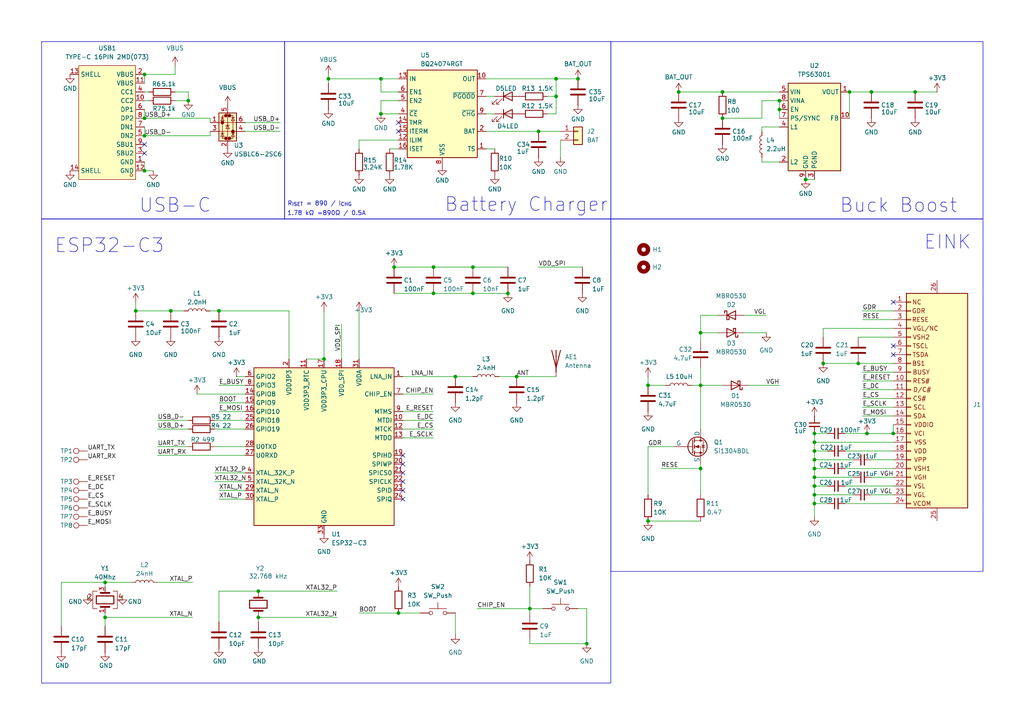
<source format=kicad_sch>
(kicad_sch (version 20250114) (generator "eeschema") (generator_version "9.0")
  (paper "A4")
  (rectangle (start 82.55 12.065) (end 177.165 63.5))
  (rectangle (start 12.065 63.5) (end 177.165 198.12))
  (rectangle (start 177.165 63.5) (end 285.115 165.735))
  (rectangle (start 177.165 12.065) (end 285.115 63.5))
  (rectangle (start 12.065 12.065) (end 82.55 63.5))
  (text "ESP32-C3" (at 31.75 71.374 0) (effects (font (size 4 4))))
  (text "Buck Boost" (at 260.604 59.69 0) (effects (font (size 4 4))))
  (text "Battery Charger" (at 152.654 59.436 0) (effects (font (size 4 4))))
  (text " 1.78 kΩ =890Ω / 0.5A" (at 94.234 61.976 0) (effects (font (size 1.27 1.27))))
  (text "R_{ISET} = 890 / I_{CHG}" (at 92.71 59.182 0) (effects (font (size 1.27 1.27))))
  (text "USB-C" (at 50.8 59.69 0) (effects (font (size 4 4))))
  (text "EINK" (at 274.828 70.358 0) (effects (font (size 4 4))))
  (junction (at 236.22 140.97))
  (junction (at 226.06 31.75))
  (junction (at 161.29 22.86))
  (junction (at 110.49 33.02))
  (junction (at 209.55 26.67))
  (junction (at 115.57 177.8))
  (junction (at 251.46 125.73))
  (junction (at 156.21 38.1))
  (junction (at 114.3 77.47))
  (junction (at 41.91 34.29))
  (junction (at 49.53 90.17))
  (junction (at 153.67 176.53))
  (junction (at 161.29 27.94))
  (junction (at 74.93 171.45))
  (junction (at 187.96 111.76))
  (junction (at 137.16 85.09))
  (junction (at 203.2 135.89))
  (junction (at 30.48 179.07))
  (junction (at 226.06 29.21))
  (junction (at 209.55 34.29))
  (junction (at 233.68 52.07))
  (junction (at 41.91 49.53))
  (junction (at 125.73 77.47))
  (junction (at 203.2 111.76))
  (junction (at 110.49 22.86))
  (junction (at 252.73 26.67))
  (junction (at 236.22 138.43))
  (junction (at 196.85 26.67))
  (junction (at 147.32 85.09))
  (junction (at 265.43 26.67))
  (junction (at 39.37 90.17))
  (junction (at 236.22 143.51))
  (junction (at 41.91 39.37))
  (junction (at 93.98 104.14))
  (junction (at 170.18 186.69))
  (junction (at 203.2 96.52))
  (junction (at 137.16 77.47))
  (junction (at 236.22 135.89))
  (junction (at 236.22 125.73))
  (junction (at 41.91 21.59))
  (junction (at 54.61 29.21))
  (junction (at 125.73 85.09))
  (junction (at 236.22 130.81))
  (junction (at 149.86 109.22))
  (junction (at 63.5 90.17))
  (junction (at 132.08 109.22))
  (junction (at 238.76 105.41))
  (junction (at 30.48 168.91))
  (junction (at 236.22 146.05))
  (junction (at 236.22 133.35))
  (junction (at 95.25 22.86))
  (junction (at 167.64 22.86))
  (junction (at 74.93 179.07))
  (junction (at 246.38 26.67))
  (junction (at 259.08 125.73))
  (junction (at 187.96 151.13))
  (junction (at 236.22 128.27))
  (junction (at 248.92 105.41))
  (no_connect (at 116.84 132.08))
  (no_connect (at 115.57 38.1))
  (no_connect (at 259.08 100.33))
  (no_connect (at 259.08 87.63))
  (no_connect (at 259.08 102.87))
  (no_connect (at 41.91 41.91))
  (no_connect (at 116.84 142.24))
  (no_connect (at 116.84 144.78))
  (no_connect (at 116.84 137.16))
  (no_connect (at 41.91 44.45))
  (no_connect (at 116.84 134.62))
  (no_connect (at 116.84 139.7))
  (no_connect (at 115.57 35.56))
  (wire (pts (xy 203.2 135.89) (xy 203.2 143.51)))
  (wire (pts (xy 245.11 140.97) (xy 259.08 140.97)))
  (wire (pts (xy 236.22 140.97) (xy 236.22 143.51)))
  (wire (pts (xy 250.19 110.49) (xy 259.08 110.49)))
  (wire (pts (xy 115.57 40.64) (xy 104.14 40.64)))
  (wire (pts (xy 250.19 118.11) (xy 259.08 118.11)))
  (wire (pts (xy 132.08 184.15) (xy 132.08 177.8)))
  (wire (pts (xy 74.93 179.07) (xy 74.93 180.34)))
  (wire (pts (xy 252.73 26.67) (xy 265.43 26.67)))
  (wire (pts (xy 60.96 39.37) (xy 41.91 39.37)))
  (wire (pts (xy 125.73 77.47) (xy 137.16 77.47)))
  (wire (pts (xy 125.73 114.3) (xy 116.84 114.3)))
  (wire (pts (xy 110.49 29.21) (xy 115.57 29.21)))
  (wire (pts (xy 187.96 111.76) (xy 193.04 111.76)))
  (wire (pts (xy 226.06 29.21) (xy 220.98 29.21)))
  (wire (pts (xy 222.25 91.44) (xy 215.9 91.44)))
  (wire (pts (xy 60.96 38.1) (xy 60.96 39.37)))
  (wire (pts (xy 236.22 128.27) (xy 236.22 130.81)))
  (wire (pts (xy 250.19 120.65) (xy 259.08 120.65)))
  (wire (pts (xy 60.96 34.29) (xy 60.96 35.56)))
  (wire (pts (xy 30.48 168.91) (xy 17.78 168.91)))
  (wire (pts (xy 110.49 33.02) (xy 115.57 33.02)))
  (wire (pts (xy 158.75 33.02) (xy 161.29 33.02)))
  (wire (pts (xy 104.14 40.64) (xy 104.14 43.18)))
  (wire (pts (xy 88.9 104.14) (xy 93.98 104.14)))
  (wire (pts (xy 251.46 125.73) (xy 259.08 125.73)))
  (wire (pts (xy 140.97 22.86) (xy 161.29 22.86)))
  (wire (pts (xy 153.67 186.69) (xy 170.18 186.69)))
  (wire (pts (xy 226.06 111.76) (xy 217.17 111.76)))
  (wire (pts (xy 115.57 177.8) (xy 121.92 177.8)))
  (wire (pts (xy 162.56 40.64) (xy 162.56 45.72)))
  (wire (pts (xy 236.22 133.35) (xy 236.22 135.89)))
  (wire (pts (xy 41.91 34.29) (xy 41.91 31.75)))
  (wire (pts (xy 45.72 121.92) (xy 54.61 121.92)))
  (wire (pts (xy 35.56 173.99) (xy 35.56 172.72)))
  (wire (pts (xy 149.86 109.22) (xy 144.78 109.22)))
  (wire (pts (xy 60.96 90.17) (xy 63.5 90.17)))
  (wire (pts (xy 74.93 179.07) (xy 97.79 179.07)))
  (wire (pts (xy 245.11 125.73) (xy 251.46 125.73)))
  (wire (pts (xy 153.67 170.18) (xy 153.67 176.53)))
  (wire (pts (xy 250.19 90.17) (xy 259.08 90.17)))
  (wire (pts (xy 137.16 85.09) (xy 147.32 85.09)))
  (wire (pts (xy 238.76 95.25) (xy 259.08 95.25)))
  (wire (pts (xy 153.67 177.8) (xy 153.67 176.53)))
  (wire (pts (xy 246.38 26.67) (xy 246.38 34.29)))
  (wire (pts (xy 140.97 38.1) (xy 156.21 38.1)))
  (wire (pts (xy 220.98 46.99) (xy 226.06 46.99)))
  (wire (pts (xy 81.28 38.1) (xy 71.12 38.1)))
  (wire (pts (xy 143.51 27.94) (xy 140.97 27.94)))
  (wire (pts (xy 191.77 135.89) (xy 203.2 135.89)))
  (wire (pts (xy 245.11 130.81) (xy 259.08 130.81)))
  (wire (pts (xy 222.25 96.52) (xy 215.9 96.52)))
  (wire (pts (xy 246.38 26.67) (xy 252.73 26.67)))
  (wire (pts (xy 110.49 33.02) (xy 110.49 29.21)))
  (wire (pts (xy 138.43 176.53) (xy 153.67 176.53)))
  (wire (pts (xy 220.98 29.21) (xy 220.98 34.29)))
  (wire (pts (xy 245.11 135.89) (xy 259.08 135.89)))
  (wire (pts (xy 153.67 176.53) (xy 157.48 176.53)))
  (wire (pts (xy 50.8 19.05) (xy 50.8 21.59)))
  (wire (pts (xy 250.19 107.95) (xy 259.08 107.95)))
  (wire (pts (xy 220.98 45.72) (xy 220.98 46.99)))
  (wire (pts (xy 236.22 140.97) (xy 240.03 140.97)))
  (wire (pts (xy 187.96 143.51) (xy 187.96 129.54)))
  (wire (pts (xy 161.29 22.86) (xy 167.64 22.86)))
  (wire (pts (xy 203.2 99.06) (xy 203.2 96.52)))
  (wire (pts (xy 62.23 124.46) (xy 71.12 124.46)))
  (wire (pts (xy 49.53 90.17) (xy 53.34 90.17)))
  (wire (pts (xy 137.16 77.47) (xy 147.32 77.47)))
  (wire (pts (xy 41.91 34.29) (xy 60.96 34.29)))
  (wire (pts (xy 200.66 111.76) (xy 203.2 111.76)))
  (wire (pts (xy 170.18 176.53) (xy 170.18 186.69)))
  (wire (pts (xy 63.5 119.38) (xy 71.12 119.38)))
  (wire (pts (xy 236.22 146.05) (xy 236.22 149.86)))
  (wire (pts (xy 238.76 97.79) (xy 238.76 95.25)))
  (wire (pts (xy 30.48 170.18) (xy 30.48 168.91)))
  (wire (pts (xy 187.96 151.13) (xy 203.2 151.13)))
  (wire (pts (xy 62.23 137.16) (xy 71.12 137.16)))
  (wire (pts (xy 236.22 143.51) (xy 247.65 143.51)))
  (wire (pts (xy 220.98 38.1) (xy 220.98 36.83)))
  (wire (pts (xy 104.14 177.8) (xy 115.57 177.8)))
  (wire (pts (xy 236.22 135.89) (xy 236.22 138.43)))
  (wire (pts (xy 236.22 133.35) (xy 247.65 133.35)))
  (wire (pts (xy 238.76 105.41) (xy 248.92 105.41)))
  (wire (pts (xy 252.73 138.43) (xy 259.08 138.43)))
  (wire (pts (xy 125.73 127) (xy 116.84 127)))
  (wire (pts (xy 43.18 26.67) (xy 41.91 26.67)))
  (wire (pts (xy 161.29 27.94) (xy 161.29 22.86)))
  (wire (pts (xy 236.22 135.89) (xy 240.03 135.89)))
  (wire (pts (xy 209.55 34.29) (xy 220.98 34.29)))
  (wire (pts (xy 236.22 138.43) (xy 236.22 140.97)))
  (wire (pts (xy 170.18 176.53) (xy 167.64 176.53)))
  (wire (pts (xy 125.73 124.46) (xy 116.84 124.46)))
  (wire (pts (xy 39.37 90.17) (xy 49.53 90.17)))
  (wire (pts (xy 252.73 133.35) (xy 259.08 133.35)))
  (wire (pts (xy 41.91 49.53) (xy 41.91 46.99)))
  (wire (pts (xy 203.2 106.68) (xy 203.2 111.76)))
  (wire (pts (xy 54.61 26.67) (xy 54.61 29.21)))
  (wire (pts (xy 143.51 33.02) (xy 140.97 33.02)))
  (wire (pts (xy 62.23 121.92) (xy 71.12 121.92)))
  (wire (pts (xy 63.5 116.84) (xy 71.12 116.84)))
  (wire (pts (xy 203.2 134.62) (xy 203.2 135.89)))
  (wire (pts (xy 250.19 113.03) (xy 259.08 113.03)))
  (wire (pts (xy 259.08 123.19) (xy 259.08 125.73)))
  (wire (pts (xy 113.03 43.18) (xy 115.57 43.18)))
  (wire (pts (xy 226.06 31.75) (xy 226.06 34.29)))
  (wire (pts (xy 104.14 90.17) (xy 104.14 104.14)))
  (wire (pts (xy 110.49 22.86) (xy 115.57 22.86)))
  (wire (pts (xy 63.5 180.34) (xy 63.5 171.45)))
  (wire (pts (xy 252.73 143.51) (xy 259.08 143.51)))
  (wire (pts (xy 44.45 49.53) (xy 41.91 49.53)))
  (wire (pts (xy 83.82 104.14) (xy 83.82 90.17)))
  (wire (pts (xy 63.5 171.45) (xy 74.93 171.45)))
  (wire (pts (xy 116.84 109.22) (xy 132.08 109.22)))
  (wire (pts (xy 153.67 186.69) (xy 153.67 185.42)))
  (wire (pts (xy 68.58 109.22) (xy 71.12 109.22)))
  (wire (pts (xy 250.19 115.57) (xy 259.08 115.57)))
  (wire (pts (xy 71.12 114.3) (xy 57.15 114.3)))
  (wire (pts (xy 203.2 111.76) (xy 203.2 124.46)))
  (wire (pts (xy 50.8 21.59) (xy 41.91 21.59)))
  (wire (pts (xy 93.98 90.17) (xy 93.98 104.14)))
  (wire (pts (xy 41.91 21.59) (xy 41.91 24.13)))
  (wire (pts (xy 203.2 91.44) (xy 208.28 91.44)))
  (wire (pts (xy 203.2 96.52) (xy 208.28 96.52)))
  (wire (pts (xy 125.73 121.92) (xy 116.84 121.92)))
  (wire (pts (xy 158.75 27.94) (xy 161.29 27.94)))
  (wire (pts (xy 39.37 87.63) (xy 39.37 90.17)))
  (wire (pts (xy 245.11 146.05) (xy 259.08 146.05)))
  (wire (pts (xy 187.96 109.22) (xy 187.96 111.76)))
  (wire (pts (xy 41.91 29.21) (xy 43.18 29.21)))
  (wire (pts (xy 143.51 43.18) (xy 140.97 43.18)))
  (wire (pts (xy 248.92 97.79) (xy 259.08 97.79)))
  (wire (pts (xy 236.22 125.73) (xy 240.03 125.73)))
  (wire (pts (xy 110.49 22.86) (xy 110.49 26.67)))
  (wire (pts (xy 45.72 124.46) (xy 54.61 124.46)))
  (wire (pts (xy 110.49 26.67) (xy 115.57 26.67)))
  (wire (pts (xy 203.2 91.44) (xy 203.2 96.52)))
  (wire (pts (xy 30.48 181.61) (xy 30.48 179.07)))
  (wire (pts (xy 62.23 129.54) (xy 71.12 129.54)))
  (wire (pts (xy 137.16 109.22) (xy 132.08 109.22)))
  (wire (pts (xy 250.19 92.71) (xy 259.08 92.71)))
  (wire (pts (xy 50.8 26.67) (xy 54.61 26.67)))
  (wire (pts (xy 45.72 168.91) (xy 55.88 168.91)))
  (wire (pts (xy 161.29 109.22) (xy 149.86 109.22)))
  (wire (pts (xy 30.48 179.07) (xy 55.88 179.07)))
  (wire (pts (xy 248.92 105.41) (xy 259.08 105.41)))
  (wire (pts (xy 81.28 35.56) (xy 71.12 35.56)))
  (wire (pts (xy 74.93 171.45) (xy 97.79 171.45)))
  (wire (pts (xy 236.22 143.51) (xy 236.22 146.05)))
  (wire (pts (xy 63.5 111.76) (xy 71.12 111.76)))
  (wire (pts (xy 41.91 39.37) (xy 41.91 36.83)))
  (wire (pts (xy 236.22 130.81) (xy 236.22 133.35)))
  (wire (pts (xy 63.5 142.24) (xy 71.12 142.24)))
  (wire (pts (xy 30.48 179.07) (xy 30.48 177.8)))
  (wire (pts (xy 17.78 168.91) (xy 17.78 181.61)))
  (wire (pts (xy 236.22 128.27) (xy 259.08 128.27)))
  (wire (pts (xy 161.29 33.02) (xy 161.29 27.94)))
  (wire (pts (xy 209.55 26.67) (xy 226.06 26.67)))
  (wire (pts (xy 95.25 21.59) (xy 95.25 22.86)))
  (wire (pts (xy 45.72 132.08) (xy 71.12 132.08)))
  (wire (pts (xy 45.72 129.54) (xy 54.61 129.54)))
  (wire (pts (xy 226.06 29.21) (xy 226.06 31.75)))
  (wire (pts (xy 236.22 146.05) (xy 240.03 146.05)))
  (wire (pts (xy 114.3 85.09) (xy 125.73 85.09)))
  (wire (pts (xy 99.06 93.98) (xy 99.06 104.14)))
  (wire (pts (xy 209.55 111.76) (xy 203.2 111.76)))
  (wire (pts (xy 265.43 26.67) (xy 271.78 26.67)))
  (wire (pts (xy 63.5 90.17) (xy 83.82 90.17)))
  (wire (pts (xy 187.96 129.54) (xy 195.58 129.54)))
  (wire (pts (xy 30.48 168.91) (xy 38.1 168.91)))
  (wire (pts (xy 54.61 29.21) (xy 50.8 29.21)))
  (wire (pts (xy 233.68 52.07) (xy 236.22 52.07)))
  (wire (pts (xy 236.22 138.43) (xy 247.65 138.43)))
  (wire (pts (xy 62.23 139.7) (xy 71.12 139.7)))
  (wire (pts (xy 95.25 22.86) (xy 110.49 22.86)))
  (wire (pts (xy 236.22 130.81) (xy 240.03 130.81)))
  (wire (pts (xy 156.21 38.1) (xy 162.56 38.1)))
  (wire (pts (xy 25.4 173.99) (xy 25.4 172.72)))
  (wire (pts (xy 114.3 77.47) (xy 125.73 77.47)))
  (wire (pts (xy 125.73 85.09) (xy 137.16 85.09)))
  (wire (pts (xy 220.98 36.83) (xy 226.06 36.83)))
  (wire (pts (xy 196.85 26.67) (xy 209.55 26.67)))
  (wire (pts (xy 63.5 144.78) (xy 71.12 144.78)))
  (wire (pts (xy 156.21 77.47) (xy 168.91 77.47)))
  (wire (pts (xy 95.25 22.86) (xy 95.25 24.13)))
  (wire (pts (xy 125.73 119.38) (xy 116.84 119.38)))
  (wire (pts (xy 236.22 125.73) (xy 236.22 128.27)))
  (label "USB_D+" (at 45.72 124.46 0))
  (label "UART_TX" (at 45.72 129.54 0))
  (label "VGL" (at 222.25 91.44 180))
  (label "RESE" (at 191.77 135.89 0))
  (label "USB_D-" (at 45.72 121.92 0))
  (label "XTAL32_P" (at 97.79 171.45 180))
  (label "VGH" (at 226.06 111.76 180))
  (label "E_CS" (at 125.73 124.46 180))
  (label "UART_RX" (at 25.4 133.35 0))
  (label "E_MOSI" (at 250.19 120.65 0))
  (label "VDD_SPI" (at 156.21 77.47 0))
  (label "LNA_IN" (at 125.73 109.22 180))
  (label "E_DC" (at 25.4 142.24 0))
  (label "E_MOSI" (at 63.5 119.38 0))
  (label "GDR" (at 187.96 129.54 0))
  (label "E_DC" (at 125.73 121.92 180))
  (label "RESE" (at 250.19 92.71 0))
  (label "USB_D-" (at 81.28 38.1 180))
  (label "BOOT" (at 63.5 116.84 0))
  (label "VGH" (at 255.27 138.43 0))
  (label "GDR" (at 250.19 90.17 0))
  (label "E_CS" (at 250.19 115.57 0))
  (label "E_RESET" (at 125.73 119.38 180))
  (label "E_SCLK" (at 25.4 147.32 0))
  (label "XTAL_P" (at 55.88 168.91 180))
  (label "CHIP_EN" (at 125.73 114.3 180))
  (label "E_CS" (at 25.4 144.78 0))
  (label "UART_RX" (at 45.72 132.08 0))
  (label "XTAL_N" (at 55.88 179.07 180))
  (label "BOOT" (at 104.14 177.8 0))
  (label "E_MOSI" (at 25.4 152.4 0))
  (label "XTAL32_N" (at 97.79 179.07 180))
  (label "E_DC" (at 250.19 113.03 0))
  (label "USB_D+" (at 81.28 35.56 180))
  (label "E_BUSY" (at 63.5 111.76 0))
  (label "E_BUSY" (at 25.4 149.86 0))
  (label "E_RESET" (at 250.19 110.49 0))
  (label "ANT" (at 149.86 109.22 0))
  (label "XTAL32_N" (at 62.23 139.7 0))
  (label "VGL" (at 255.27 143.51 0))
  (label "USB_D-" (at 41.91 39.37 0))
  (label "XTAL32_P" (at 62.23 137.16 0))
  (label "XTAL_N" (at 63.5 142.24 0))
  (label "E_RESET" (at 25.4 139.7 0))
  (label "E_SCLK" (at 125.73 127 180))
  (label "USB_D+" (at 41.91 34.29 0))
  (label "E_SCLK" (at 250.19 118.11 0))
  (label "VDD_SPI" (at 99.06 93.98 270))
  (label "XTAL_P" (at 63.5 144.78 0))
  (label "E_BUSY" (at 250.19 107.95 0))
  (label "UART_TX" (at 25.4 130.81 0))
  (label "CHIP_EN" (at 138.43 176.53 0))
  (symbol (lib_id "Device:L") (at 196.85 111.76 90) (unit 1)
    (property "Reference" "L5" (at 194.31 109.22 90))
    (property "Value" "10uH" (at 198.374 109.22 90))
    (property "Footprint" "easyeda2kicad:IND-SMD_L4.0-W4.0_FNR40XXS" (effects (hide yes)))
    (property "Description" "Inductor" (effects (hide yes)))
    (property "LCSC Part" "C167879" (effects (hide yes)))
  )
  (symbol (lib_id "Power_Protection:USBLC6-2SC6") (at 66.04 35.56 0) (unit 1)
    (property "Reference" "U3" (at 67.818 42.164 0) (effects (justify left)))
    (property "Value" "USBLC6-2SC6" (at 67.818 44.704 0) (effects (justify left)))
    (property "Footprint" "Package_TO_SOT_SMD:SOT-23-6" (effects (hide yes)))
    (property "Datasheet" "https://www.st.com/resource/en/datasheet/usblc6-2.pdf" (effects (hide yes)))
    (property "Description" "Very low capacitance ESD protection diode, 2 data-line, SOT-23-6" (effects (hide yes)))
    (property "LCSC Part" "C7519" (effects (hide yes)))
  )
  (symbol (lib_id "Device:C") (at 49.53 93.98 0) (unit 1)
    (property "Reference" "C3" (at 52.324 93.98 0) (effects (justify left)))
    (property "Value" "100nF" (at 52.324 96.012 0) (effects (justify left)))
    (property "Footprint" "Capacitor_SMD:C_0402_1005Metric" (effects (hide yes)))
    (property "Description" "Unpolarized capacitor" (effects (hide yes)))
    (property "LCSC Part" "C1525" (effects (hide yes)))
  )
  (symbol (lib_id "Connector:TestPoint") (at 25.4 133.35 90) (unit 1)
    (property "Reference" "TP2" (at 19.304 133.35 90))
    (property "Value" "TestPoint" (effects (hide yes)))
    (property "Footprint" "TestPoint:TestPoint_Keystone_5000-5004_Miniature" (effects (hide yes)))
    (property "Description" "test point" (effects (hide yes)))
    (property "LCSC Part" "C5199802" (effects (hide yes)))
  )
  (symbol (lib_id "power:GND") (at 187.96 151.13 0) (unit 1)
    (property "Reference" "#PWR041" (effects (hide yes)))
    (property "Value" "GND" (at 187.96 156.21 0))
    (property "Description" "Power symbol creates a global label with name \"GND\" , ground" (effects (hide yes)))
  )
  (symbol (lib_id "power:GND") (at 168.91 85.09 0) (unit 1)
    (property "Reference" "#PWR010" (effects (hide yes)))
    (property "Value" "GND" (at 168.91 90.17 0))
    (property "Description" "Power symbol creates a global label with name \"GND\" , ground" (effects (hide yes)))
  )
  (symbol (lib_id "Device:C") (at 168.91 81.28 0) (unit 1)
    (property "Reference" "C8" (at 171.704 81.28 0) (effects (justify left)))
    (property "Value" "1uF" (at 171.704 83.82 0) (effects (justify left)))
    (property "Footprint" "Capacitor_SMD:C_0402_1005Metric" (effects (hide yes)))
    (property "Description" "Unpolarized capacitor" (effects (hide yes)))
    (property "LCSC Part" "C52923" (effects (hide yes)))
  )
  (symbol (lib_id "Device:C_Small") (at 250.19 138.43 90) (unit 1)
    (property "Reference" "C25" (at 247.65 137.414 90))
    (property "Value" "1uF" (at 252.73 137.414 90))
    (property "Footprint" "Capacitor_SMD:C_0402_1005Metric" (effects (hide yes)))
    (property "Description" "Unpolarized capacitor, small symbol" (effects (hide yes)))
    (property "LCSC Part" "C52923" (effects (hide yes)))
  )
  (symbol (lib_id "power:GND") (at 265.43 34.29 0) (unit 1)
    (property "Reference" "#PWR035" (effects (hide yes)))
    (property "Value" "GND" (at 265.43 38.354 0))
    (property "Description" "Power symbol creates a global label with name \"GND\" , ground" (effects (hide yes)))
  )
  (symbol (lib_id "Connector_Generic:Conn_01x26") (at 264.16 118.11 0) (unit 1)
    (property "Reference" "J1" (at 282.194 117.348 0) (effects (justify left)))
    (property "Value" "Conn_01x26" (effects (hide yes)))
    (property "Footprint" "easyeda2kicad:FPC-SMD_24P-P0.50_05B20U24P" (effects (hide yes)))
    (property "Description" "Generic connector, single row, 01x26, script generated (kicad-library-utils/schlib/autogen/connector/)" (effects (hide yes)))
    (property "LCSC Part" "C5362165" (effects (hide yes)))
  )
  (symbol (lib_id "Connector:TestPoint") (at 25.4 142.24 90) (unit 1)
    (property "Reference" "TP4" (at 19.304 142.24 90))
    (property "Value" "TestPoint" (effects (hide yes)))
    (property "Footprint" "TestPoint:TestPoint_Keystone_5000-5004_Miniature" (effects (hide yes)))
    (property "Description" "test point" (effects (hide yes)))
    (property "LCSC Part" "C5199802" (effects (hide yes)))
  )
  (symbol (lib_id "Device:R") (at 58.42 124.46 90) (unit 1)
    (property "Reference" "R4" (at 62.484 123.444 90))
    (property "Value" "22" (at 65.786 123.444 90))
    (property "Footprint" "Resistor_SMD:R_0402_1005Metric" (effects (hide yes)))
    (property "Description" "Resistor" (effects (hide yes)))
    (property "LCSC Part" "C25092" (effects (hide yes)))
  )
  (symbol (lib_id "power:GND") (at 236.22 149.86 0) (unit 1)
    (property "Reference" "#PWR039" (effects (hide yes)))
    (property "Value" "GND" (at 236.22 154.94 0))
    (property "Description" "Power symbol creates a global label with name \"GND\" , ground" (effects (hide yes)))
  )
  (symbol (lib_id "power:GND") (at 20.32 21.59 0) (unit 1)
    (property "Reference" "#PWR029" (effects (hide yes)))
    (property "Value" "GND" (at 20.32 25.654 0))
    (property "Description" "Power symbol creates a global label with name \"GND\" , ground" (effects (hide yes)))
  )
  (symbol (lib_id "Device:C") (at 167.64 26.67 0) (unit 1)
    (property "Reference" "C35" (at 170.688 26.67 0) (effects (justify left)))
    (property "Value" "10uF" (at 170.688 28.702 0) (effects (justify left)))
    (property "Footprint" "Capacitor_SMD:C_0402_1005Metric" (effects (hide yes)))
    (property "Description" "Unpolarized capacitor" (effects (hide yes)))
    (property "LCSC Part" "C315248" (effects (hide yes)))
  )
  (symbol (lib_id "Device:R") (at 46.99 29.21 270) (unit 1)
    (property "Reference" "R7" (at 44.196 31.496 90) (effects (justify left)))
    (property "Value" "5.1k" (at 46.736 31.496 90) (effects (justify left)))
    (property "Footprint" "Resistor_SMD:R_0402_1005Metric" (effects (hide yes)))
    (property "Description" "Resistor" (effects (hide yes)))
    (property "LCSC Part" "C25905" (effects (hide yes)))
  )
  (symbol (lib_id "Device:L") (at 220.98 41.91 180) (unit 1)
    (property "Reference" "L4" (at 222.25 40.6399 0) (effects (justify right)))
    (property "Value" "2.2uH" (at 222.25 43.1799 0) (effects (justify right)))
    (property "Footprint" "Inductor_SMD:L_1008_2520Metric" (effects (hide yes)))
    (property "Description" "Inductor" (effects (hide yes)))
    (property "LCSC Part" "C1333325" (effects (hide yes)))
  )
  (symbol (lib_id "power:GND") (at 66.04 43.18 0) (unit 1)
    (property "Reference" "#PWR046" (effects (hide yes)))
    (property "Value" "GND" (at 66.04 47.244 0))
    (property "Description" "Power symbol creates a global label with name \"GND\" , ground" (effects (hide yes)))
  )
  (symbol (lib_id "power:+3V3") (at 251.46 125.73 0) (unit 1)
    (property "Reference" "#PWR038" (effects (hide yes)))
    (property "Value" "+3V3" (at 251.46 122.174 0))
    (property "Description" "Power symbol creates a global label with name \"+3V3\"" (effects (hide yes)))
  )
  (symbol (lib_id "Device:R") (at 153.67 166.37 0) (unit 1)
    (property "Reference" "R1" (at 156.21 165.0999 0) (effects (justify left)))
    (property "Value" "10K" (at 156.21 167.6399 0) (effects (justify left)))
    (property "Footprint" "Resistor_SMD:R_0402_1005Metric" (effects (hide yes)))
    (property "Description" "Resistor" (effects (hide yes)))
    (property "LCSC Part" "C25531" (effects (hide yes)))
  )
  (symbol (lib_id "Device:C_Small") (at 242.57 146.05 90) (unit 1)
    (property "Reference" "C28" (at 239.522 145.034 90))
    (property "Value" "1uF" (at 245.364 145.034 90))
    (property "Footprint" "Capacitor_SMD:C_0402_1005Metric" (effects (hide yes)))
    (property "Description" "Unpolarized capacitor, small symbol" (effects (hide yes)))
    (property "LCSC Part" "C52923" (effects (hide yes)))
  )
  (symbol (lib_id "Device:L") (at 41.91 168.91 90) (unit 1)
    (property "Reference" "L2" (at 41.91 163.83 90))
    (property "Value" "24nH" (at 41.91 166.37 90))
    (property "Footprint" "Inductor_SMD:L_0402_1005Metric" (effects (hide yes)))
    (property "Description" "Inductor" (effects (hide yes)))
    (property "LCSC Part" "C167472" (effects (hide yes)))
  )
  (symbol (lib_id "power:GND") (at 147.32 85.09 0) (unit 1)
    (property "Reference" "#PWR08" (effects (hide yes)))
    (property "Value" "GND" (at 147.32 90.17 0))
    (property "Description" "Power symbol creates a global label with name \"GND\" , ground" (effects (hide yes)))
  )
  (symbol (lib_id "power:+3V3") (at 93.98 90.17 0) (unit 1)
    (property "Reference" "#PWR02" (effects (hide yes)))
    (property "Value" "+3V3" (at 93.98 86.106 0))
    (property "Description" "Power symbol creates a global label with name \"+3V3\"" (effects (hide yes)))
  )
  (symbol (lib_id "Device:C") (at 238.76 101.6 180) (unit 1)
    (property "Reference" "C20" (at 232.156 100.076 0) (effects (justify right)))
    (property "Value" "1uF" (at 232.156 102.616 0) (effects (justify right)))
    (property "Footprint" "Capacitor_SMD:C_0402_1005Metric" (effects (hide yes)))
    (property "Description" "Unpolarized capacitor" (effects (hide yes)))
    (property "LCSC Part" "C52923" (effects (hide yes)))
  )
  (symbol (lib_id "power:GND") (at 222.25 96.52 0) (unit 1)
    (property "Reference" "#PWR044" (effects (hide yes)))
    (property "Value" "GND" (at 222.25 101.6 0))
    (property "Description" "Power symbol creates a global label with name \"GND\" , ground" (effects (hide yes)))
  )
  (symbol (lib_id "Device:R") (at 209.55 30.48 0) (mirror x) (unit 1)
    (property "Reference" "R8" (at 213.614 29.464 0) (effects (justify right)))
    (property "Value" "100" (at 214.63 32.004 0) (effects (justify right)))
    (property "Footprint" "Resistor_SMD:R_0402_1005Metric" (effects (hide yes)))
    (property "Description" "Resistor" (effects (hide yes)))
    (property "LCSC Part" "C25076" (effects (hide yes)))
  )
  (symbol (lib_id "Device:C") (at 63.5 93.98 0) (unit 1)
    (property "Reference" "C2" (at 66.294 93.98 0) (effects (justify left)))
    (property "Value" "1uF" (at 66.294 96.52 0) (effects (justify left)))
    (property "Footprint" "Capacitor_SMD:C_0402_1005Metric" (effects (hide yes)))
    (property "Description" "Unpolarized capacitor" (effects (hide yes)))
    (property "LCSC Part" "C52923" (effects (hide yes)))
  )
  (symbol (lib_id "Mechanical:MountingHole") (at 186.69 77.47 0) (unit 1) (in_bom no)
    (property "Reference" "H2" (at 189.23 77.47 0) (effects (justify left)))
    (property "Value" "MountingHole" (effects (hide yes)))
    (property "Footprint" "MountingHole:MountingHole_2.2mm_M2" (effects (hide yes)))
    (property "Description" "Mounting Hole without connection" (effects (hide yes)))
    (property "LCSC Part" "-" (effects (hide yes)))
  )
  (symbol (lib_id "power:+3V3") (at 271.78 26.67 0) (unit 1)
    (property "Reference" "#PWR036" (effects (hide yes)))
    (property "Value" "+3V3" (at 271.78 22.606 0))
    (property "Description" "Power symbol creates a global label with name \"+3V3\"" (effects (hide yes)))
  )
  (symbol (lib_id "power:VBUS") (at 196.85 26.67 0) (unit 1)
    (property "Reference" "#PWR052" (effects (hide yes)))
    (property "Value" "BAT_OUT" (at 196.85 22.352 0))
    (property "Description" "Power symbol creates a global label with name \"VBUS\"" (effects (hide yes)))
  )
  (symbol (lib_id "Device:C_Small") (at 236.22 123.19 0) (unit 1)
    (property "Reference" "C30" (at 232.156 123.19 0))
    (property "Value" "1uF" (at 232.156 124.968 0))
    (property "Footprint" "Capacitor_SMD:C_0402_1005Metric" (effects (hide yes)))
    (property "Description" "Unpolarized capacitor, small symbol" (effects (hide yes)))
    (property "LCSC Part" "C52923" (effects (hide yes)))
  )
  (symbol (lib_id "Connector:TestPoint") (at 25.4 147.32 90) (unit 1)
    (property "Reference" "TP6" (at 19.304 147.32 90))
    (property "Value" "TestPoint" (effects (hide yes)))
    (property "Footprint" "TestPoint:TestPoint_Keystone_5000-5004_Miniature" (effects (hide yes)))
    (property "Description" "test point" (effects (hide yes)))
    (property "LCSC Part" "C5199802" (effects (hide yes)))
  )
  (symbol (lib_id "Device:C") (at 252.73 30.48 0) (unit 1)
    (property "Reference" "C18" (at 255.524 30.48 0) (effects (justify left)))
    (property "Value" "10uF" (at 255.524 32.512 0) (effects (justify left)))
    (property "Footprint" "Capacitor_SMD:C_0402_1005Metric" (effects (hide yes)))
    (property "Description" "Unpolarized capacitor" (effects (hide yes)))
    (property "LCSC Part" "C315248" (effects (hide yes)))
  )
  (symbol (lib_id "power:GND") (at 93.98 154.94 0) (unit 1)
    (property "Reference" "#PWR013" (effects (hide yes)))
    (property "Value" "GND" (at 93.98 160.02 0))
    (property "Description" "Power symbol creates a global label with name \"GND\" , ground" (effects (hide yes)))
  )
  (symbol (lib_id "Device:C") (at 17.78 185.42 0) (unit 1)
    (property "Reference" "C10" (at 20.574 185.42 0) (effects (justify left)))
    (property "Value" "17pF" (at 20.574 187.96 0) (effects (justify left)))
    (property "Footprint" "Capacitor_SMD:C_0402_1005Metric" (effects (hide yes)))
    (property "Description" "Unpolarized capacitor" (effects (hide yes)))
    (property "LCSC Part" "C1517782" (effects (hide yes)))
  )
  (symbol (lib_id "Device:C") (at 74.93 184.15 0) (unit 1)
    (property "Reference" "C13" (at 77.724 184.15 0) (effects (justify left)))
    (property "Value" "10pF" (at 77.724 186.69 0) (effects (justify left)))
    (property "Footprint" "Capacitor_SMD:C_0402_1005Metric" (effects (hide yes)))
    (property "Description" "Unpolarized capacitor" (effects (hide yes)))
    (property "LCSC Part" "C76946" (effects (hide yes)))
  )
  (symbol (lib_id "power:GND") (at 167.64 30.48 0) (unit 1)
    (property "Reference" "#PWR053" (effects (hide yes)))
    (property "Value" "GND" (at 167.64 34.544 0))
    (property "Description" "Power symbol creates a global label with name \"GND\" , ground" (effects (hide yes)))
  )
  (symbol (lib_id "Simulation_SPICE:NMOS") (at 200.66 129.54 0) (unit 1)
    (property "Reference" "Q1" (at 207.01 128.2699 0) (effects (justify left)))
    (property "Value" "Si1304BDL" (at 207.01 130.8099 0) (effects (justify left)))
    (property "Footprint" "Package_TO_SOT_SMD:SOT-323_SC-70" (effects (hide yes)))
    (property "Datasheet" "https://ngspice.sourceforge.io/docs/ngspice-html-manual/manual.xhtml#cha_MOSFETs" (effects (hide yes)))
    (property "Description" "N-MOSFET transistor, drain/source/gate" (effects (hide yes)))
    (property "Sim.Device" "NMOS" (effects (hide yes)))
    (property "Sim.Type" "VDMOS" (effects (hide yes)))
    (property "Sim.Pins" "1=D 2=G 3=S" (effects (hide yes)))
    (property "LCSC Part" "C7419947" (effects (hide yes)))
  )
  (symbol (lib_id "Device:C_Small") (at 250.19 143.51 90) (unit 1)
    (property "Reference" "C27" (at 247.65 142.494 90))
    (property "Value" "1uF" (at 252.73 142.494 90))
    (property "Footprint" "Capacitor_SMD:C_0402_1005Metric" (effects (hide yes)))
    (property "Description" "Unpolarized capacitor, small symbol" (effects (hide yes)))
    (property "LCSC Part" "C52923" (effects (hide yes)))
  )
  (symbol (lib_id "power:VBUS") (at 66.04 30.48 0) (unit 1)
    (property "Reference" "#PWR026" (effects (hide yes)))
    (property "Value" "VBUS" (at 66.04 25.4 0))
    (property "Description" "Power symbol creates a global label with name \"VBUS\"" (effects (hide yes)))
  )
  (symbol (lib_id "power:+3V3") (at 114.3 77.47 0) (unit 1)
    (property "Reference" "#PWR07" (effects (hide yes)))
    (property "Value" "+3V3" (at 114.3 73.406 0))
    (property "Description" "Power symbol creates a global label with name \"+3V3\"" (effects (hide yes)))
  )
  (symbol (lib_id "power:GND") (at 25.4 172.72 0) (mirror y) (unit 1)
    (property "Reference" "#PWR015" (effects (hide yes)))
    (property "Value" "GND" (at 21.844 174.498 0))
    (property "Description" "Power symbol creates a global label with name \"GND\" , ground" (effects (hide yes)))
  )
  (symbol (lib_id "power:+3V3") (at 57.15 114.3 0) (unit 1)
    (property "Reference" "#PWR045" (effects (hide yes)))
    (property "Value" "+3V3" (at 57.15 110.236 0))
    (property "Description" "Power symbol creates a global label with name \"+3V3\"" (effects (hide yes)))
  )
  (symbol (lib_id "Device:L") (at 57.15 90.17 90) (unit 1)
    (property "Reference" "L1" (at 57.15 85.09 90))
    (property "Value" "2.0nH" (at 57.15 87.63 90))
    (property "Footprint" "Inductor_SMD:L_0402_1005Metric" (effects (hide yes)))
    (property "Description" "Inductor" (effects (hide yes)))
    (property "LCSC Part" "C2986275" (effects (hide yes)))
  )
  (symbol (lib_id "power:GND") (at 128.27 48.26 0) (unit 1)
    (property "Reference" "#PWR048" (effects (hide yes)))
    (property "Value" "GND" (at 128.27 52.324 0))
    (property "Description" "Power symbol creates a global label with name \"GND\" , ground" (effects (hide yes)))
  )
  (symbol (lib_id "Regulator_Switching:TPS63001") (at 236.22 36.83 0) (unit 1)
    (property "Reference" "U2" (at 236.22 19.05 0))
    (property "Value" "TPS63001" (at 236.22 21.59 0))
    (property "Footprint" "Package_SON:Texas_DRC0010J_ThermalVias" (effects (hide yes)))
    (property "Datasheet" "http://www.ti.com/lit/ds/symlink/tps63000.pdf" (effects (hide yes)))
    (property "Description" "Buck-Boost Converter, 1.8-5.5V Input Voltage, 1.7A Switch Current, 3.3V Output Voltage, VSON-10" (effects (hide yes)))
    (property "LCSC Part" "C28060" (effects (hide yes)))
  )
  (symbol (lib_id "power:GND") (at 74.93 187.96 0) (unit 1)
    (property "Reference" "#PWR018" (effects (hide yes)))
    (property "Value" "GND" (at 75.184 191.77 0))
    (property "Description" "Power symbol creates a global label with name \"GND\" , ground" (effects (hide yes)))
  )
  (symbol (lib_id "Battery_Management:BQ24074RGT") (at 128.27 33.02 0) (unit 1)
    (property "Reference" "U5" (at 121.92 16.002 0) (effects (justify left)))
    (property "Value" "BQ24074RGT" (at 121.92 18.542 0) (effects (justify left)))
    (property "Footprint" "Package_DFN_QFN:VQFN-16-1EP_3x3mm_P0.5mm_EP1.6x1.6mm" (effects (hide yes)))
    (property "Datasheet" "http://www.ti.com/lit/ds/symlink/bq24074.pdf" (effects (hide yes)))
    (property "Description" "USB-Friendly Li-Ion Battery Charger and Power-Path Management, VQFN-16" (effects (hide yes)))
    (property "LCSC Part" "C54313" (effects (hide yes)))
  )
  (symbol (lib_id "power:GND") (at 39.37 97.79 0) (unit 1)
    (property "Reference" "#PWR05" (effects (hide yes)))
    (property "Value" "GND" (at 39.37 102.87 0))
    (property "Description" "Power symbol creates a global label with name \"GND\" , ground" (effects (hide yes)))
  )
  (symbol (lib_id "Device:C") (at 132.08 113.03 0) (unit 1)
    (property "Reference" "C14" (at 134.874 113.03 0) (effects (justify left)))
    (property "Value" "1.2pF" (at 134.874 115.57 0) (effects (justify left)))
    (property "Footprint" "Capacitor_SMD:C_0201_0603Metric" (effects (hide yes)))
    (property "Description" "Unpolarized capacitor" (effects (hide yes)))
    (property "LCSC Part" "C85895" (effects (hide yes)))
  )
  (symbol (lib_id "power:GND") (at 44.45 49.53 0) (unit 1)
    (property "Reference" "#PWR027" (effects (hide yes)))
    (property "Value" "GND" (at 44.45 53.594 0))
    (property "Description" "Power symbol creates a global label with name \"GND\" , ground" (effects (hide yes)))
  )
  (symbol (lib_id "Device:C") (at 125.73 81.28 0) (unit 1)
    (property "Reference" "C5" (at 128.524 81.28 0) (effects (justify left)))
    (property "Value" "100nF" (at 128.524 83.82 0) (effects (justify left)))
    (property "Footprint" "Capacitor_SMD:C_0402_1005Metric" (effects (hide yes)))
    (property "Description" "Unpolarized capacitor" (effects (hide yes)))
    (property "LCSC Part" "C1525" (effects (hide yes)))
  )
  (symbol (lib_id "power:GND") (at 162.56 45.72 0) (unit 1)
    (property "Reference" "#PWR049" (effects (hide yes)))
    (property "Value" "GND" (at 162.56 49.784 0))
    (property "Description" "Power symbol creates a global label with name \"GND\" , ground" (effects (hide yes)))
  )
  (symbol (lib_id "Device:C") (at 63.5 184.15 0) (unit 1)
    (property "Reference" "C12" (at 66.294 184.15 0) (effects (justify left)))
    (property "Value" "10pF" (at 66.294 186.69 0) (effects (justify left)))
    (property "Footprint" "Capacitor_SMD:C_0402_1005Metric" (effects (hide yes)))
    (property "Description" "Unpolarized capacitor" (effects (hide yes)))
    (property "LCSC Part" "C76946" (effects (hide yes)))
  )
  (symbol (lib_id "power:GND") (at 209.55 41.91 0) (unit 1)
    (property "Reference" "#PWR030" (effects (hide yes)))
    (property "Value" "GND" (at 209.55 45.974 0))
    (property "Description" "Power symbol creates a global label with name \"GND\" , ground" (effects (hide yes)))
  )
  (symbol (lib_id "Switch:SW_Push") (at 162.56 176.53 0) (unit 1)
    (property "Reference" "SW1" (at 162.56 168.91 0))
    (property "Value" "SW_Push" (at 162.56 171.45 0))
    (property "Footprint" "easyeda2kicad:SW-SMD_L3.9-W3.0-P4.45" (effects (hide yes)))
    (property "Description" "Push button switch, generic, two pins" (effects (hide yes)))
    (property "LCSC Part" "C720477" (effects (hide yes)))
  )
  (symbol (lib_id "Device:C") (at 114.3 81.28 0) (unit 1)
    (property "Reference" "C1" (at 117.094 81.28 0) (effects (justify left)))
    (property "Value" "100nF" (at 117.094 83.82 0) (effects (justify left)))
    (property "Footprint" "Capacitor_SMD:C_0402_1005Metric" (effects (hide yes)))
    (property "Description" "Unpolarized capacitor" (effects (hide yes)))
    (property "LCSC Part" "C1525" (effects (hide yes)))
  )
  (symbol (lib_id "power:GND") (at 95.25 31.75 0) (unit 1)
    (property "Reference" "#PWR032" (effects (hide yes)))
    (property "Value" "GND" (at 95.25 35.814 0))
    (property "Description" "Power symbol creates a global label with name \"GND\" , ground" (effects (hide yes)))
  )
  (symbol (lib_id "MCU_Espressif:ESP32-C3") (at 93.98 129.54 0) (unit 1)
    (property "Reference" "U1" (at 96.1233 154.94 0) (effects (justify left)))
    (property "Value" "ESP32-C3" (at 96.1233 157.48 0) (effects (justify left)))
    (property "Footprint" "Package_DFN_QFN:QFN-32-1EP_5x5mm_P0.5mm_EP3.7x3.7mm" (effects (hide yes)))
    (property "Datasheet" "https://www.espressif.com/sites/default/files/documentation/esp32-c3_datasheet_en.pdf" (effects (hide yes)))
    (property "Description" "RF Module, ESP32 SoC, RISC-V, WiFi 802.11b/n/g, Bluetooth LE 5, QFN32" (effects (hide yes)))
    (property "LCSC Part" "C2858491" (effects (hide yes)))
  )
  (symbol (lib_id "Device:Crystal_GND24") (at 30.48 173.99 90) (unit 1)
    (property "Reference" "Y1" (at 30.48 164.846 90))
    (property "Value" "40Mhz" (at 30.48 167.386 90))
    (property "Footprint" "Crystal:Crystal_SMD_2016-4Pin_2.0x1.6mm" (effects (hide yes)))
    (property "Description" "Four pin crystal, GND on pins 2 and 4" (effects (hide yes)))
    (property "LCSC Part" "C255898" (effects (hide yes)))
  )
  (symbol (lib_id "power:GND") (at 252.73 34.29 0) (unit 1)
    (property "Reference" "#PWR034" (effects (hide yes)))
    (property "Value" "GND" (at 252.73 38.354 0))
    (property "Description" "Power symbol creates a global label with name \"GND\" , ground" (effects (hide yes)))
  )
  (symbol (lib_id "power:VBUS") (at 167.64 22.86 0) (unit 1)
    (property "Reference" "#PWR051" (effects (hide yes)))
    (property "Value" "BAT_OUT" (at 167.64 18.542 0))
    (property "Description" "Power symbol creates a global label with name \"VBUS\"" (effects (hide yes)))
  )
  (symbol (lib_id "Device:R") (at 154.94 27.94 270) (mirror x) (unit 1)
    (property "Reference" "R13" (at 155.194 25.654 90) (effects (justify right)))
    (property "Value" "1.5K" (at 160.528 25.654 90) (effects (justify right)))
    (property "Footprint" "Resistor_SMD:R_0402_1005Metric" (effects (hide yes)))
    (property "Description" "Resistor" (effects (hide yes)))
    (property "LCSC Part" "C25867" (effects (hide yes)))
  )
  (symbol (lib_id "Device:C") (at 30.48 185.42 0) (unit 1)
    (property "Reference" "C11" (at 33.274 185.42 0) (effects (justify left)))
    (property "Value" "17pF" (at 33.274 187.96 0) (effects (justify left)))
    (property "Footprint" "Capacitor_SMD:C_0402_1005Metric" (effects (hide yes)))
    (property "Description" "Unpolarized capacitor" (effects (hide yes)))
    (property "LCSC Part" "C1517782" (effects (hide yes)))
  )
  (symbol (lib_id "power:GND") (at 132.08 116.84 0) (unit 1)
    (property "Reference" "#PWR09" (effects (hide yes)))
    (property "Value" "GND" (at 132.08 121.92 0))
    (property "Description" "Power symbol creates a global label with name \"GND\" , ground" (effects (hide yes)))
  )
  (symbol (lib_id "power:+3V3") (at 68.58 109.22 0) (unit 1)
    (property "Reference" "#PWR021" (effects (hide yes)))
    (property "Value" "+3V3" (at 68.58 105.156 0))
    (property "Description" "Power symbol creates a global label with name \"+3V3\"" (effects (hide yes)))
  )
  (symbol (lib_id "Device:D_Schottky") (at 212.09 96.52 180) (unit 1)
    (property "Reference" "D3" (at 212.09 99.568 0))
    (property "Value" "MBR0530" (at 212.09 102.108 0))
    (property "Footprint" "Diode_SMD:D_SOD-123" (effects (hide yes)))
    (property "Description" "Schottky diode" (effects (hide yes)))
    (property "LCSC Part" "C82046" (effects (hide yes)))
  )
  (symbol (lib_id "power:+3V3") (at 153.67 162.56 0) (unit 1)
    (property "Reference" "#PWR011" (effects (hide yes)))
    (property "Value" "+3V3" (at 153.67 158.496 0))
    (property "Description" "Power symbol creates a global label with name \"+3V3\"" (effects (hide yes)))
  )
  (symbol (lib_id "power:GND") (at 17.78 189.23 0) (unit 1)
    (property "Reference" "#PWR017" (effects (hide yes)))
    (property "Value" "GND" (at 18.034 193.04 0))
    (property "Description" "Power symbol creates a global label with name \"GND\" , ground" (effects (hide yes)))
  )
  (symbol (lib_id "Device:C_Small") (at 250.19 133.35 90) (unit 1)
    (property "Reference" "C23" (at 247.65 132.334 90))
    (property "Value" "1uF" (at 252.73 132.334 90))
    (property "Footprint" "Capacitor_SMD:C_0402_1005Metric" (effects (hide yes)))
    (property "Description" "Unpolarized capacitor, small symbol" (effects (hide yes)))
    (property "LCSC Part" "C52923" (effects (hide yes)))
  )
  (symbol (lib_id "Device:C") (at 209.55 38.1 0) (unit 1)
    (property "Reference" "C16" (at 212.344 38.1 0) (effects (justify left)))
    (property "Value" "100nF" (at 212.344 40.132 0) (effects (justify left)))
    (property "Footprint" "Capacitor_SMD:C_0402_1005Metric" (effects (hide yes)))
    (property "Description" "Unpolarized capacitor" (effects (hide yes)))
    (property "LCSC Part" "C1525" (effects (hide yes)))
  )
  (symbol (lib_id "Device:R") (at 154.94 33.02 270) (mirror x) (unit 1)
    (property "Reference" "R12" (at 155.194 30.734 90) (effects (justify right)))
    (property "Value" "1.5K" (at 160.528 30.734 90) (effects (justify right)))
    (property "Footprint" "Resistor_SMD:R_0402_1005Metric" (effects (hide yes)))
    (property "Description" "Resistor" (effects (hide yes)))
    (property "LCSC Part" "C25867" (effects (hide yes)))
  )
  (symbol (lib_id "power:GND") (at 54.61 29.21 0) (unit 1)
    (property "Reference" "#PWR025" (effects (hide yes)))
    (property "Value" "GND" (at 54.61 33.274 0))
    (property "Description" "Power symbol creates a global label with name \"GND\" , ground" (effects (hide yes)))
  )
  (symbol (lib_id "power:GND") (at 143.51 50.8 0) (unit 1)
    (property "Reference" "#PWR054" (effects (hide yes)))
    (property "Value" "GND" (at 143.51 54.864 0))
    (property "Description" "Power symbol creates a global label with name \"GND\" , ground" (effects (hide yes)))
  )
  (symbol (lib_id "power:GND") (at 63.5 97.79 0) (unit 1)
    (property "Reference" "#PWR03" (effects (hide yes)))
    (property "Value" "GND" (at 63.5 102.87 0))
    (property "Description" "Power symbol creates a global label with name \"GND\" , ground" (effects (hide yes)))
  )
  (symbol (lib_id "power:GND") (at 113.03 50.8 0) (unit 1)
    (property "Reference" "#PWR056" (effects (hide yes)))
    (property "Value" "GND" (at 113.03 54.864 0))
    (property "Description" "Power symbol creates a global label with name \"GND\" , ground" (effects (hide yes)))
  )
  (symbol (lib_id "Device:C") (at 95.25 27.94 0) (unit 1)
    (property "Reference" "C33" (at 98.044 27.94 0) (effects (justify left)))
    (property "Value" "10uF" (at 98.044 29.972 0) (effects (justify left)))
    (property "Footprint" "Capacitor_SMD:C_0402_1005Metric" (effects (hide yes)))
    (property "Description" "Unpolarized capacitor" (effects (hide yes)))
    (property "LCSC Part" "C315248" (effects (hide yes)))
  )
  (symbol (lib_id "Device:C") (at 39.37 93.98 0) (unit 1)
    (property "Reference" "C4" (at 42.164 93.98 0) (effects (justify left)))
    (property "Value" "10uF" (at 42.164 96.52 0) (effects (justify left)))
    (property "Footprint" "Capacitor_SMD:C_0402_1005Metric" (effects (hide yes)))
    (property "Description" "Unpolarized capacitor" (effects (hide yes)))
    (property "LCSC Part" "C315248" (effects (hide yes)))
  )
  (symbol (lib_id "power:GND") (at 149.86 116.84 0) (unit 1)
    (property "Reference" "#PWR020" (effects (hide yes)))
    (property "Value" "GND" (at 149.86 121.92 0))
    (property "Description" "Power symbol creates a global label with name \"GND\" , ground" (effects (hide yes)))
  )
  (symbol (lib_id "power:+3V3") (at 187.96 109.22 0) (unit 1)
    (property "Reference" "#PWR043" (effects (hide yes)))
    (property "Value" "+3V3" (at 187.96 105.156 0))
    (property "Description" "Power symbol creates a global label with name \"+3V3\"" (effects (hide yes)))
  )
  (symbol (lib_id "Device:C_Small") (at 242.57 125.73 90) (unit 1)
    (property "Reference" "C29" (at 239.522 124.714 90))
    (property "Value" "100nF" (at 246.634 124.714 90))
    (property "Footprint" "Capacitor_SMD:C_0402_1005Metric" (effects (hide yes)))
    (property "Description" "Unpolarized capacitor, small symbol" (effects (hide yes)))
    (property "LCSC Part" "C1525" (effects (hide yes)))
  )
  (symbol (lib_id "Connector:TestPoint") (at 25.4 130.81 90) (unit 1)
    (property "Reference" "TP1" (at 19.304 130.81 90))
    (property "Value" "TestPoint" (effects (hide yes)))
    (property "Footprint" "TestPoint:TestPoint_Keystone_5000-5004_Miniature" (effects (hide yes)))
    (property "Description" "test point" (effects (hide yes)))
    (property "LCSC Part" "C5199802" (effects (hide yes)))
  )
  (symbol (lib_id "power:GND") (at 63.5 187.96 0) (unit 1)
    (property "Reference" "#PWR019" (effects (hide yes)))
    (property "Value" "GND" (at 63.754 191.77 0))
    (property "Description" "Power symbol creates a global label with name \"GND\" , ground" (effects (hide yes)))
  )
  (symbol (lib_id "power:+3V3") (at 104.14 90.17 0) (unit 1)
    (property "Reference" "#PWR06" (effects (hide yes)))
    (property "Value" "+3V3" (at 105.41 89.916 0))
    (property "Description" "Power symbol creates a global label with name \"+3V3\"" (effects (hide yes)))
  )
  (symbol (lib_id "Device:D_Schottky") (at 212.09 91.44 0) (unit 1)
    (property "Reference" "D2" (at 212.09 88.392 0))
    (property "Value" "MBR0530" (at 212.09 85.852 0))
    (property "Footprint" "Diode_SMD:D_SOD-123" (effects (hide yes)))
    (property "Description" "Schottky diode" (effects (hide yes)))
    (property "LCSC Part" "C82046" (effects (hide yes)))
  )
  (symbol (lib_id "power:GND") (at 238.76 105.41 0) (unit 1)
    (property "Reference" "#PWR037" (effects (hide yes)))
    (property "Value" "GND" (at 238.76 110.49 0))
    (property "Description" "Power symbol creates a global label with name \"GND\" , ground" (effects (hide yes)))
  )
  (symbol (lib_id "Device:LED") (at 147.32 27.94 0) (unit 1)
    (property "Reference" "D5" (at 145.034 25.654 0))
    (property "Value" "LED" (at 148.082 25.654 0))
    (property "Footprint" "LED_SMD:LED_0402_1005Metric" (effects (hide yes)))
    (property "Description" "Light emitting diode" (effects (hide yes)))
    (property "Sim.Pins" "1=K 2=A" (effects (hide yes)))
    (property "LCSC Part" "C30584803" (effects (hide yes)))
  )
  (symbol (lib_id "Connector:TestPoint") (at 25.4 144.78 90) (unit 1)
    (property "Reference" "TP5" (at 19.304 144.78 90))
    (property "Value" "TestPoint" (effects (hide yes)))
    (property "Footprint" "TestPoint:TestPoint_Keystone_5000-5004_Miniature" (effects (hide yes)))
    (property "Description" "test point" (effects (hide yes)))
    (property "LCSC Part" "C5199802" (effects (hide yes)))
  )
  (symbol (lib_id "power:GND") (at 104.14 50.8 0) (unit 1)
    (property "Reference" "#PWR057" (effects (hide yes)))
    (property "Value" "GND" (at 104.14 54.864 0))
    (property "Description" "Power symbol creates a global label with name \"GND\" , ground" (effects (hide yes)))
  )
  (symbol (lib_id "Device:C") (at 156.21 41.91 0) (unit 1)
    (property "Reference" "C34" (at 149.86 41.91 0) (effects (justify left)))
    (property "Value" "1uF" (at 149.86 43.942 0) (effects (justify left)))
    (property "Footprint" "Capacitor_SMD:C_0402_1005Metric" (effects (hide yes)))
    (property "Description" "Unpolarized capacitor" (effects (hide yes)))
    (property "LCSC Part" "C52923" (effects (hide yes)))
  )
  (symbol (lib_id "Connector:TestPoint") (at 25.4 139.7 90) (unit 1)
    (property "Reference" "TP3" (at 19.304 139.7 90))
    (property "Value" "TestPoint" (effects (hide yes)))
    (property "Footprint" "TestPoint:TestPoint_Keystone_5000-5004_Miniature" (effects (hide yes)))
    (property "Description" "test point" (effects (hide yes)))
    (property "LCSC Part" "C5199802" (effects (hide yes)))
  )
  (symbol (lib_id "Device:C") (at 149.86 113.03 0) (unit 1)
    (property "Reference" "C15" (at 152.654 113.03 0) (effects (justify left)))
    (property "Value" "1.2pF" (at 152.654 115.57 0) (effects (justify left)))
    (property "Footprint" "Capacitor_SMD:C_0201_0603Metric" (effects (hide yes)))
    (property "Description" "Unpolarized capacitor" (effects (hide yes)))
    (property "LCSC Part" "C85895" (effects (hide yes)))
  )
  (symbol (lib_id "power:GND") (at 156.21 45.72 0) (unit 1)
    (property "Reference" "#PWR050" (effects (hide yes)))
    (property "Value" "GND" (at 156.21 49.784 0))
    (property "Description" "Power symbol creates a global label with name \"GND\" , ground" (effects (hide yes)))
  )
  (symbol (lib_id "Device:Crystal") (at 74.93 175.26 90) (unit 1)
    (property "Reference" "Y2" (at 74.168 164.846 90) (effects (justify right)))
    (property "Value" "32.768 kHz" (at 72.136 167.132 90) (effects (justify right)))
    (property "Footprint" "Crystal:Crystal_SMD_2012-2Pin_2.0x1.2mm" (effects (hide yes)))
    (property "Description" "Two pin crystal" (effects (hide yes)))
    (property "LCSC Part" "C99009" (effects (hide yes)))
  )
  (symbol (lib_id "power:GND") (at 20.32 49.53 0) (unit 1)
    (property "Reference" "#PWR028" (effects (hide yes)))
    (property "Value" "GND" (at 20.32 53.594 0))
    (property "Description" "Power symbol creates a global label with name \"GND\" , ground" (effects (hide yes)))
  )
  (symbol (lib_id "power:VBUS") (at 95.25 21.59 0) (unit 1)
    (property "Reference" "#PWR047" (effects (hide yes)))
    (property "Value" "VBUS" (at 95.25 17.272 0))
    (property "Description" "Power symbol creates a global label with name \"VBUS\"" (effects (hide yes)))
  )
  (symbol (lib_id "Device:R") (at 115.57 173.99 0) (unit 1)
    (property "Reference" "R3" (at 118.11 172.7199 0) (effects (justify left)))
    (property "Value" "10K" (at 118.11 175.2599 0) (effects (justify left)))
    (property "Footprint" "Resistor_SMD:R_0402_1005Metric" (effects (hide yes)))
    (property "Description" "Resistor" (effects (hide yes)))
    (property "LCSC Part" "C25531" (effects (hide yes)))
  )
  (symbol (lib_id "Device:R") (at 104.14 46.99 0) (mirror x) (unit 1)
    (property "Reference" "R15" (at 109.22 46.482 0) (effects (justify right)))
    (property "Value" "3.24K" (at 110.998 48.514 0) (effects (justify right)))
    (property "Footprint" "Resistor_SMD:R_0402_1005Metric" (effects (hide yes)))
    (property "Description" "Resistor" (effects (hide yes)))
    (property "LCSC Part" "C11457" (effects (hide yes)))
  )
  (symbol (lib_id "Device:C") (at 137.16 81.28 0) (unit 1)
    (property "Reference" "C6" (at 139.954 81.28 0) (effects (justify left)))
    (property "Value" "10nF" (at 139.954 83.82 0) (effects (justify left)))
    (property "Footprint" "Capacitor_SMD:C_0402_1005Metric" (effects (hide yes)))
    (property "Description" "Unpolarized capacitor" (effects (hide yes)))
    (property "LCSC Part" "C15195" (effects (hide yes)))
  )
  (symbol (lib_id "Device:R") (at 203.2 147.32 180) (unit 1)
    (property "Reference" "R11" (at 204.724 146.05 0) (effects (justify right)))
    (property "Value" "0.47" (at 204.978 148.59 0) (effects (justify right)))
    (property "Footprint" "Resistor_SMD:R_0402_1005Metric" (effects (hide yes)))
    (property "Description" "Resistor" (effects (hide yes)))
    (property "LCSC Part" "C2771738" (effects (hide yes)))
  )
  (symbol (lib_id "Mechanical:MountingHole") (at 186.69 72.39 0) (unit 1) (in_bom no)
    (property "Reference" "H1" (at 189.23 72.39 0) (effects (justify left)))
    (property "Value" "MountingHole" (effects (hide yes)))
    (property "Footprint" "MountingHole:MountingHole_2.2mm_M2" (effects (hide yes)))
    (property "Description" "Mounting Hole without connection" (effects (hide yes)))
    (property "LCSC Part" "-" (effects (hide yes)))
  )
  (symbol (lib_id "power:GND") (at 49.53 97.79 0) (unit 1)
    (property "Reference" "#PWR04" (effects (hide yes)))
    (property "Value" "GND" (at 49.53 102.87 0))
    (property "Description" "Power symbol creates a global label with name \"GND\" , ground" (effects (hide yes)))
  )
  (symbol (lib_id "Switch:SW_Push") (at 127 177.8 0) (unit 1)
    (property "Reference" "SW2" (at 127 170.18 0))
    (property "Value" "SW_Push" (at 127 172.72 0))
    (property "Footprint" "easyeda2kicad:SW-SMD_L3.9-W3.0-P4.45" (effects (hide yes)))
    (property "Description" "Push button switch, generic, two pins" (effects (hide yes)))
    (property "LCSC Part" "C720477" (effects (hide yes)))
  )
  (symbol (lib_id "Device:LED") (at 147.32 33.02 0) (unit 1)
    (property "Reference" "D4" (at 145.542 36.576 0))
    (property "Value" "LED" (at 148.59 36.576 0))
    (property "Footprint" "LED_SMD:LED_0402_1005Metric" (effects (hide yes)))
    (property "Description" "Light emitting diode" (effects (hide yes)))
    (property "Sim.Pins" "1=K 2=A" (effects (hide yes)))
    (property "LCSC Part" "C30584803" (effects (hide yes)))
  )
  (symbol (lib_id "Device:R") (at 46.99 26.67 270) (unit 1)
    (property "Reference" "R6" (at 46.736 24.384 90) (effects (justify right)))
    (property "Value" "5.1k" (at 51.054 24.384 90) (effects (justify right)))
    (property "Footprint" "Resistor_SMD:R_0402_1005Metric" (effects (hide yes)))
    (property "Description" "Resistor" (effects (hide yes)))
    (property "LCSC Part" "C25905" (effects (hide yes)))
  )
  (symbol (lib_id "Device:C_Small") (at 242.57 135.89 90) (unit 1)
    (property "Reference" "C24" (at 239.522 134.874 90))
    (property "Value" "1uF" (at 245.364 134.874 90))
    (property "Footprint" "Capacitor_SMD:C_0402_1005Metric" (effects (hide yes)))
    (property "Description" "Unpolarized capacitor, small symbol" (effects (hide yes)))
    (property "LCSC Part" "C52923" (effects (hide yes)))
  )
  (symbol (lib_id "power:GND") (at 35.56 172.72 0) (unit 1)
    (property "Reference" "#PWR014" (effects (hide yes)))
    (property "Value" "GND" (at 39.116 174.498 0))
    (property "Description" "Power symbol creates a global label with name \"GND\" , ground" (effects (hide yes)))
  )
  (symbol (lib_id "Device:R") (at 143.51 46.99 0) (mirror x) (unit 1)
    (property "Reference" "R10" (at 148.59 45.974 0) (effects (justify right)))
    (property "Value" "10K" (at 148.59 48.514 0) (effects (justify right)))
    (property "Footprint" "Resistor_SMD:R_0402_1005Metric" (effects (hide yes)))
    (property "Description" "Resistor" (effects (hide yes)))
    (property "LCSC Part" "C25531" (effects (hide yes)))
  )
  (symbol (lib_id "Device:C") (at 196.85 30.48 0) (unit 1)
    (property "Reference" "C17" (at 199.644 30.48 0) (effects (justify left)))
    (property "Value" "10uF" (at 199.644 32.512 0) (effects (justify left)))
    (property "Footprint" "Capacitor_SMD:C_0402_1005Metric" (effects (hide yes)))
    (property "Description" "Unpolarized capacitor" (effects (hide yes)))
    (property "LCSC Part" "C315248" (effects (hide yes)))
  )
  (symbol (lib_id "Device:C") (at 203.2 102.87 0) (unit 1)
    (property "Reference" "C32" (at 196.85 101.346 0) (effects (justify left)))
    (property "Value" "4.7uF" (at 195.326 103.886 0) (effects (justify left)))
    (property "Footprint" "Capacitor_SMD:C_0402_1005Metric" (effects (hide yes)))
    (property "Description" "Unpolarized capacitor" (effects (hide yes)))
    (property "LCSC Part" "C23733" (effects (hide yes)))
  )
  (symbol (lib_id "power:GND") (at 110.49 33.02 0) (unit 1)
    (property "Reference" "#PWR055" (effects (hide yes)))
    (property "Value" "GND" (at 110.49 37.084 0))
    (property "Description" "Power symbol creates a global label with name \"GND\" , ground" (effects (hide yes)))
  )
  (symbol (lib_id "power:GND") (at 187.96 119.38 0) (unit 1)
    (property "Reference" "#PWR042" (effects (hide yes)))
    (property "Value" "GND" (at 187.96 124.46 0))
    (property "Description" "Power symbol creates a global label with name \"GND\" , ground" (effects (hide yes)))
  )
  (symbol (lib_id "Device:R") (at 58.42 129.54 90) (unit 1)
    (property "Reference" "R2" (at 56.642 127.508 90))
    (property "Value" "499" (at 60.452 127.508 90))
    (property "Footprint" "Resistor_SMD:R_0402_1005Metric" (effects (hide yes)))
    (property "Description" "Resistor" (effects (hide yes)))
    (property "LCSC Part" "C4125" (effects (hide yes)))
  )
  (symbol (lib_id "Device:Antenna") (at 161.29 104.14 0) (unit 1)
    (property "Reference" "AE1" (at 163.83 103.5049 0) (effects (justify left)))
    (property "Value" "Antenna" (at 163.83 106.0449 0) (effects (justify left)))
    (property "Footprint" "RF_Antenna:Johanson_2450AT18x100" (effects (hide yes)))
    (property "Description" "Antenna" (effects (hide yes)))
    (property "LCSC Part" "C89334" (effects (hide yes)))
  )
  (symbol (lib_id "power:+3V3") (at 39.37 87.63 0) (unit 1)
    (property "Reference" "#PWR01" (effects (hide yes)))
    (property "Value" "+3V3" (at 39.37 83.566 0))
    (property "Description" "Power symbol creates a global label with name \"+3V3\"" (effects (hide yes)))
  )
  (symbol (lib_id "power:GND") (at 196.85 34.29 0) (unit 1)
    (property "Reference" "#PWR033" (effects (hide yes)))
    (property "Value" "GND" (at 196.85 38.354 0))
    (property "Description" "Power symbol creates a global label with name \"GND\" , ground" (effects (hide yes)))
  )
  (symbol (lib_id "Device:C_Small") (at 242.57 140.97 90) (unit 1)
    (property "Reference" "C26" (at 239.522 139.954 90))
    (property "Value" "1uF" (at 245.618 139.954 90))
    (property "Footprint" "Capacitor_SMD:C_0402_1005Metric" (effects (hide yes)))
    (property "Description" "Unpolarized capacitor, small symbol" (effects (hide yes)))
    (property "LCSC Part" "C52923" (effects (hide yes)))
  )
  (symbol (lib_id "power:GND") (at 233.68 52.07 0) (unit 1)
    (property "Reference" "#PWR031" (effects (hide yes)))
    (property "Value" "GND" (at 233.68 56.134 0))
    (property "Description" "Power symbol creates a global label with name \"GND\" , ground" (effects (hide yes)))
  )
  (symbol (lib_id "power:GND") (at 30.48 189.23 0) (unit 1)
    (property "Reference" "#PWR016" (effects (hide yes)))
    (property "Value" "GND" (at 30.734 193.04 0))
    (property "Description" "Power symbol creates a global label with name \"GND\" , ground" (effects (hide yes)))
  )
  (symbol (lib_id "Connector:TestPoint") (at 25.4 149.86 90) (unit 1)
    (property "Reference" "TP7" (at 19.304 149.86 90))
    (property "Value" "TestPoint" (effects (hide yes)))
    (property "Footprint" "TestPoint:TestPoint_Keystone_5000-5004_Miniature" (effects (hide yes)))
    (property "Description" "test point" (effects (hide yes)))
    (property "LCSC Part" "C5199802" (effects (hide yes)))
  )
  (symbol (lib_id "Device:D_Schottky") (at 213.36 111.76 180) (unit 1)
    (property "Reference" "D1" (at 213.36 114.808 0))
    (property "Value" "MBR0530" (at 213.36 117.348 0))
    (property "Footprint" "Diode_SMD:D_SOD-123" (effects (hide yes)))
    (property "Description" "Schottky diode" (effects (hide yes)))
    (property "LCSC Part" "C82046" (effects (hide yes)))
  )
  (symbol (lib_id "Device:C") (at 147.32 81.28 0) (unit 1)
    (property "Reference" "C7" (at 150.114 81.28 0) (effects (justify left)))
    (property "Value" "1uF" (at 150.114 83.82 0) (effects (justify left)))
    (property "Footprint" "Capacitor_SMD:C_0402_1005Metric" (effects (hide yes)))
    (property "Description" "Unpolarized capacitor" (effects (hide yes)))
    (property "LCSC Part" "C52923" (effects (hide yes)))
  )
  (symbol (lib_id "Device:R") (at 113.03 46.99 0) (mirror x) (unit 1)
    (property "Reference" "R14" (at 118.11 46.482 0) (effects (justify right)))
    (property "Value" "1.78K" (at 119.888 48.514 0) (effects (justify right)))
    (property "Footprint" "Resistor_SMD:R_0402_1005Metric" (effects (hide yes)))
    (property "Description" "Resistor" (effects (hide yes)))
    (property "LCSC Part" "C113478" (effects (hide yes)))
  )
  (symbol (lib_id "Connector_Generic:Conn_01x02") (at 167.64 38.1 0) (unit 1)
    (property "Reference" "J2" (at 170.18 38.0999 0) (effects (justify left)))
    (property "Value" "BAT" (at 170.18 40.6399 0) (effects (justify left)))
    (property "Footprint" "Connector_JST:JST_SH_BM02B-SRSS-TB_1x02-1MP_P1.00mm_Vertical" (effects (hide yes)))
    (property "Description" "Generic connector, single row, 01x02, script generated (kicad-library-utils/schlib/autogen/connector/)" (effects (hide yes)))
    (property "LCSC Part" "C160402" (effects (hide yes)))
  )
  (symbol (lib_id "power:GND") (at 132.08 184.15 0) (unit 1)
    (property "Reference" "#PWR022" (effects (hide yes)))
    (property "Value" "GND" (at 132.08 189.23 0))
    (property "Description" "Power symbol creates a global label with name \"GND\" , ground" (effects (hide yes)))
  )
  (symbol (lib_id "power:+3V3") (at 236.22 120.65 0) (unit 1)
    (property "Reference" "#PWR040" (effects (hide yes)))
    (property "Value" "+3V3" (at 236.22 116.586 0))
    (property "Description" "Power symbol creates a global label with name \"+3V3\"" (effects (hide yes)))
  )
  (symbol (lib_id "Device:C_Small") (at 242.57 130.81 90) (unit 1)
    (property "Reference" "C22" (at 239.776 129.794 90))
    (property "Value" "1uF" (at 245.364 129.794 90))
    (property "Footprint" "Capacitor_SMD:C_0402_1005Metric" (effects (hide yes)))
    (property "Description" "Unpolarized capacitor, small symbol" (effects (hide yes)))
    (property "LCSC Part" "C52923" (effects (hide yes)))
  )
  (symbol (lib_id "Connector:TestPoint") (at 25.4 152.4 90) (unit 1)
    (property "Reference" "TP8" (at 19.304 152.4 90))
    (property "Value" "TestPoint" (effects (hide yes)))
    (property "Footprint" "TestPoint:TestPoint_Keystone_5000-5004_Miniature" (effects (hide yes)))
    (property "Description" "test point" (effects (hide yes)))
    (property "LCSC Part" "C5199802" (effects (hide yes)))
  )
  (symbol (lib_id "Device:L") (at 140.97 109.22 90) (unit 1)
    (property "Reference" "L3" (at 140.97 104.14 90))
    (property "Value" "2.4nH" (at 140.97 106.68 90))
    (property "Footprint" "Inductor_SMD:L_0201_0603Metric" (effects (hide yes)))
    (property "Description" "Inductor" (effects (hide yes)))
    (property "LCSC Part" "C2043647" (effects (hide yes)))
  )
  (symbol (lib_id "Device:C") (at 187.96 115.57 0) (unit 1)
    (property "Reference" "C31" (at 190.881 114.681 0) (effects (justify left)))
    (property "Value" "4.7uF" (at 190.881 117.221 0) (effects (justify left)))
    (property "Footprint" "Capacitor_SMD:C_0402_1005Metric" (effects (hide yes)))
    (property "Description" "Unpolarized capacitor" (effects (hide yes)))
    (property "LCSC Part" "C23733" (effects (hide yes)))
  )
  (symbol (lib_id "Device:C") (at 153.67 181.61 0) (unit 1)
    (property "Reference" "C9" (at 156.464 181.61 0) (effects (justify left)))
    (property "Value" "1uF" (at 156.464 184.15 0) (effects (justify left)))
    (property "Footprint" "Capacitor_SMD:C_0402_1005Metric" (effects (hide yes)))
    (property "Description" "Unpolarized capacitor" (effects (hide yes)))
    (property "LCSC Part" "C52923" (effects (hide yes)))
  )
  (symbol (lib_id "power:VBUS") (at 50.8 19.05 0) (unit 1)
    (property "Reference" "#PWR024" (effects (hide yes)))
    (property "Value" "VBUS" (at 50.8 13.97 0))
    (property "Description" "Power symbol creates a global label with name \"VBUS\"" (effects (hide yes)))
  )
  (symbol (lib_id "Device:C") (at 265.43 30.48 0) (unit 1)
    (property "Reference" "C19" (at 268.224 30.48 0) (effects (justify left)))
    (property "Value" "10uF" (at 268.224 32.512 0) (effects (justify left)))
    (property "Footprint" "Capacitor_SMD:C_0402_1005Metric" (effects (hide yes)))
    (property "Description" "Unpolarized capacitor" (effects (hide yes)))
    (property "LCSC Part" "C315248" (effects (hide yes)))
  )
  (symbol (lib_id "Device:R") (at 58.42 121.92 90) (unit 1)
    (property "Reference" "R5" (at 62.484 120.904 90))
    (property "Value" "22" (at 65.786 120.904 90))
    (property "Footprint" "Resistor_SMD:R_0402_1005Metric" (effects (hide yes)))
    (property "Description" "Resistor" (effects (hide yes)))
    (property "LCSC Part" "C25092" (effects (hide yes)))
  )
  (symbol (lib_id "easyeda2kicad:TYPE-C16PIN2MD(073)") (at 31.75 39.37 0) (unit 1)
    (property "Reference" "USB1" (at 31.115 13.97 0))
    (property "Value" "TYPE-C 16PIN 2MD(073)" (at 31.115 16.51 0))
    (property "Footprint" "easyeda2kicad:USB-C-SMD_TYPE-C-6PIN-2MD-073" (effects (hide yes)))
    (property "LCSC Part" "C2765186" (effects (hide yes)))
  )
  (symbol (lib_id "power:GND") (at 170.18 186.69 0) (unit 1)
    (property "Reference" "#PWR012" (effects (hide yes)))
    (property "Value" "GND" (at 170.18 191.77 0))
    (property "Description" "Power symbol creates a global label with name \"GND\" , ground" (effects (hide yes)))
  )
  (symbol (lib_id "power:+3V3") (at 115.57 170.18 0) (unit 1)
    (property "Reference" "#PWR023" (effects (hide yes)))
    (property "Value" "+3V3" (at 115.57 166.116 0))
    (property "Description" "Power symbol creates a global label with name \"+3V3\"" (effects (hide yes)))
  )
  (symbol (lib_id "Device:C") (at 248.92 101.6 180) (unit 1)
    (property "Reference" "C21" (at 242.316 100.076 0) (effects (justify right)))
    (property "Value" "1uF" (at 242.316 102.616 0) (effects (justify right)))
    (property "Footprint" "Capacitor_SMD:C_0402_1005Metric" (effects (hide yes)))
    (property "Description" "Unpolarized capacitor" (effects (hide yes)))
    (property "LCSC Part" "C52923" (effects (hide yes)))
  )
  (symbol (lib_id "Device:R") (at 187.96 147.32 180) (unit 1)
    (property "Reference" "R9" (at 189.484 146.05 0) (effects (justify right)))
    (property "Value" "10K" (at 189.484 148.59 0) (effects (justify right)))
    (property "Footprint" "Resistor_SMD:R_0402_1005Metric" (effects (hide yes)))
    (property "Description" "Resistor" (effects (hide yes)))
    (property "LCSC Part" "C25531" (effects (hide yes)))
  )
)
</source>
